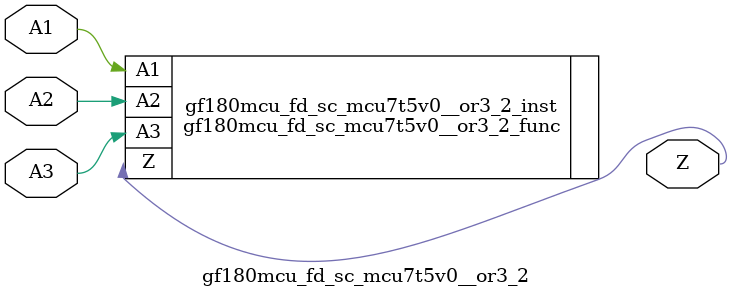
<source format=v>

module gf180mcu_fd_sc_mcu7t5v0__or3_2( A1, A2, A3, Z );
input A1, A2, A3;
output Z;

   `ifdef FUNCTIONAL  //  functional //

	gf180mcu_fd_sc_mcu7t5v0__or3_2_func gf180mcu_fd_sc_mcu7t5v0__or3_2_behav_inst(.A1(A1),.A2(A2),.A3(A3),.Z(Z));

   `else

	gf180mcu_fd_sc_mcu7t5v0__or3_2_func gf180mcu_fd_sc_mcu7t5v0__or3_2_inst(.A1(A1),.A2(A2),.A3(A3),.Z(Z));

	// spec_gates_begin


	// spec_gates_end



   specify

	// specify_block_begin

	// comb arc A1 --> Z
	 (A1 => Z) = (1.0,1.0);

	// comb arc A2 --> Z
	 (A2 => Z) = (1.0,1.0);

	// comb arc A3 --> Z
	 (A3 => Z) = (1.0,1.0);

	// specify_block_end

   endspecify

   `endif

endmodule

</source>
